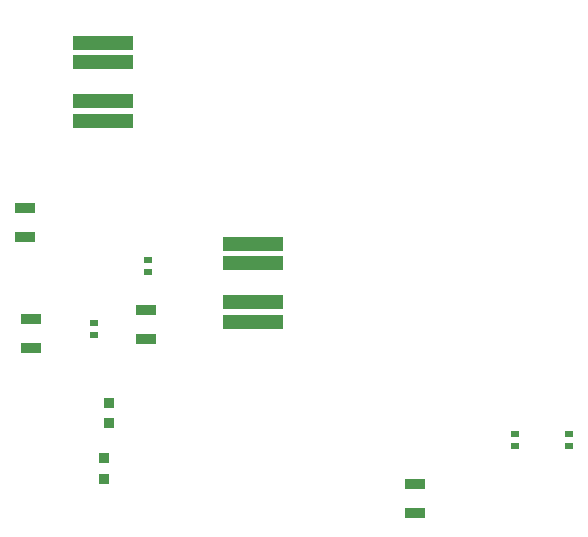
<source format=gbp>
G04 Layer_Color=128*
%FSLAX43Y43*%
%MOMM*%
G71*
G01*
G75*
G04:AMPARAMS|DCode=11|XSize=0.9mm|YSize=1.7mm|CornerRadius=0.09mm|HoleSize=0mm|Usage=FLASHONLY|Rotation=90.000|XOffset=0mm|YOffset=0mm|HoleType=Round|Shape=RoundedRectangle|*
%AMROUNDEDRECTD11*
21,1,0.900,1.520,0,0,90.0*
21,1,0.720,1.700,0,0,90.0*
1,1,0.180,0.760,0.360*
1,1,0.180,0.760,-0.360*
1,1,0.180,-0.760,-0.360*
1,1,0.180,-0.760,0.360*
%
%ADD11ROUNDEDRECTD11*%
G04:AMPARAMS|DCode=13|XSize=1.25mm|YSize=5mm|CornerRadius=0.063mm|HoleSize=0mm|Usage=FLASHONLY|Rotation=90.000|XOffset=0mm|YOffset=0mm|HoleType=Round|Shape=RoundedRectangle|*
%AMROUNDEDRECTD13*
21,1,1.250,4.875,0,0,90.0*
21,1,1.125,5.000,0,0,90.0*
1,1,0.125,2.438,0.563*
1,1,0.125,2.438,-0.563*
1,1,0.125,-2.438,-0.563*
1,1,0.125,-2.438,0.563*
%
%ADD13ROUNDEDRECTD13*%
G04:AMPARAMS|DCode=14|XSize=0.559mm|YSize=0.6mm|CornerRadius=0.056mm|HoleSize=0mm|Usage=FLASHONLY|Rotation=90.000|XOffset=0mm|YOffset=0mm|HoleType=Round|Shape=RoundedRectangle|*
%AMROUNDEDRECTD14*
21,1,0.559,0.488,0,0,90.0*
21,1,0.447,0.600,0,0,90.0*
1,1,0.112,0.244,0.224*
1,1,0.112,0.244,-0.224*
1,1,0.112,-0.244,-0.224*
1,1,0.112,-0.244,0.224*
%
%ADD14ROUNDEDRECTD14*%
G04:AMPARAMS|DCode=15|XSize=0.8mm|YSize=0.9mm|CornerRadius=0.08mm|HoleSize=0mm|Usage=FLASHONLY|Rotation=90.000|XOffset=0mm|YOffset=0mm|HoleType=Round|Shape=RoundedRectangle|*
%AMROUNDEDRECTD15*
21,1,0.800,0.740,0,0,90.0*
21,1,0.640,0.900,0,0,90.0*
1,1,0.160,0.370,0.320*
1,1,0.160,0.370,-0.320*
1,1,0.160,-0.370,-0.320*
1,1,0.160,-0.370,0.320*
%
%ADD15ROUNDEDRECTD15*%
D11*
X93726Y58186D02*
D03*
Y60686D02*
D03*
X61214Y72156D02*
D03*
Y74656D02*
D03*
X60706Y81554D02*
D03*
Y84054D02*
D03*
X70993Y72918D02*
D03*
Y75418D02*
D03*
D13*
X80010Y81026D02*
D03*
Y79375D02*
D03*
Y76073D02*
D03*
Y74422D02*
D03*
X67310Y98044D02*
D03*
Y96393D02*
D03*
Y93091D02*
D03*
Y91440D02*
D03*
D14*
X66548Y73279D02*
D03*
Y74295D02*
D03*
X71120Y78613D02*
D03*
Y79629D02*
D03*
X102235Y63881D02*
D03*
Y64897D02*
D03*
X106807Y63881D02*
D03*
Y64897D02*
D03*
D15*
X67818Y67525D02*
D03*
Y65825D02*
D03*
X67437Y62826D02*
D03*
Y61126D02*
D03*
M02*

</source>
